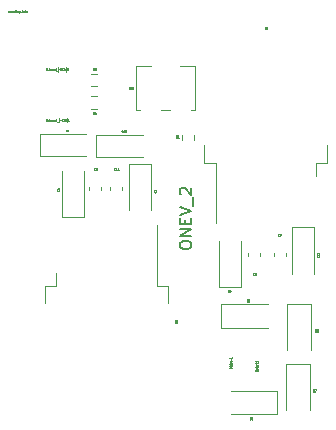
<source format=gbr>
%TF.GenerationSoftware,KiCad,Pcbnew,(6.0.5)*%
%TF.CreationDate,2022-07-20T13:20:04-04:00*%
%TF.ProjectId,torque_motor_design,746f7271-7565-45f6-9d6f-746f725f6465,rev?*%
%TF.SameCoordinates,Original*%
%TF.FileFunction,Legend,Top*%
%TF.FilePolarity,Positive*%
%FSLAX46Y46*%
G04 Gerber Fmt 4.6, Leading zero omitted, Abs format (unit mm)*
G04 Created by KiCad (PCBNEW (6.0.5)) date 2022-07-20 13:20:04*
%MOMM*%
%LPD*%
G01*
G04 APERTURE LIST*
%ADD10C,0.150000*%
%ADD11C,0.037500*%
%ADD12C,0.120000*%
G04 APERTURE END LIST*
D10*
X186204380Y-53665142D02*
X186204380Y-53474666D01*
X186252000Y-53379428D01*
X186347238Y-53284190D01*
X186537714Y-53236571D01*
X186871047Y-53236571D01*
X187061523Y-53284190D01*
X187156761Y-53379428D01*
X187204380Y-53474666D01*
X187204380Y-53665142D01*
X187156761Y-53760380D01*
X187061523Y-53855619D01*
X186871047Y-53903238D01*
X186537714Y-53903238D01*
X186347238Y-53855619D01*
X186252000Y-53760380D01*
X186204380Y-53665142D01*
X187204380Y-52808000D02*
X186204380Y-52808000D01*
X187204380Y-52236571D01*
X186204380Y-52236571D01*
X186680571Y-51760380D02*
X186680571Y-51427047D01*
X187204380Y-51284190D02*
X187204380Y-51760380D01*
X186204380Y-51760380D01*
X186204380Y-51284190D01*
X186204380Y-50998476D02*
X187204380Y-50665142D01*
X186204380Y-50331809D01*
X187299619Y-50236571D02*
X187299619Y-49474666D01*
X186299619Y-49284190D02*
X186252000Y-49236571D01*
X186204380Y-49141333D01*
X186204380Y-48903238D01*
X186252000Y-48808000D01*
X186299619Y-48760380D01*
X186394857Y-48712761D01*
X186490095Y-48712761D01*
X186632952Y-48760380D01*
X187204380Y-49331809D01*
X187204380Y-48712761D01*
D11*
%TO.C,mounting_hole*%
X171687428Y-33849857D02*
X171687428Y-33749857D01*
X171687428Y-33764142D02*
X171694571Y-33757000D01*
X171708857Y-33749857D01*
X171730285Y-33749857D01*
X171744571Y-33757000D01*
X171751714Y-33771285D01*
X171751714Y-33849857D01*
X171751714Y-33771285D02*
X171758857Y-33757000D01*
X171773142Y-33749857D01*
X171794571Y-33749857D01*
X171808857Y-33757000D01*
X171816000Y-33771285D01*
X171816000Y-33849857D01*
X171908857Y-33849857D02*
X171894571Y-33842714D01*
X171887428Y-33835571D01*
X171880285Y-33821285D01*
X171880285Y-33778428D01*
X171887428Y-33764142D01*
X171894571Y-33757000D01*
X171908857Y-33749857D01*
X171930285Y-33749857D01*
X171944571Y-33757000D01*
X171951714Y-33764142D01*
X171958857Y-33778428D01*
X171958857Y-33821285D01*
X171951714Y-33835571D01*
X171944571Y-33842714D01*
X171930285Y-33849857D01*
X171908857Y-33849857D01*
X172087428Y-33749857D02*
X172087428Y-33849857D01*
X172023142Y-33749857D02*
X172023142Y-33828428D01*
X172030285Y-33842714D01*
X172044571Y-33849857D01*
X172066000Y-33849857D01*
X172080285Y-33842714D01*
X172087428Y-33835571D01*
X172158857Y-33749857D02*
X172158857Y-33849857D01*
X172158857Y-33764142D02*
X172166000Y-33757000D01*
X172180285Y-33749857D01*
X172201714Y-33749857D01*
X172216000Y-33757000D01*
X172223142Y-33771285D01*
X172223142Y-33849857D01*
X172273142Y-33749857D02*
X172330285Y-33749857D01*
X172294571Y-33699857D02*
X172294571Y-33828428D01*
X172301714Y-33842714D01*
X172316000Y-33849857D01*
X172330285Y-33849857D01*
X172380285Y-33849857D02*
X172380285Y-33749857D01*
X172380285Y-33699857D02*
X172373142Y-33707000D01*
X172380285Y-33714142D01*
X172387428Y-33707000D01*
X172380285Y-33699857D01*
X172380285Y-33714142D01*
X172451714Y-33749857D02*
X172451714Y-33849857D01*
X172451714Y-33764142D02*
X172458857Y-33757000D01*
X172473142Y-33749857D01*
X172494571Y-33749857D01*
X172508857Y-33757000D01*
X172516000Y-33771285D01*
X172516000Y-33849857D01*
X172651714Y-33749857D02*
X172651714Y-33871285D01*
X172644571Y-33885571D01*
X172637428Y-33892714D01*
X172623142Y-33899857D01*
X172601714Y-33899857D01*
X172587428Y-33892714D01*
X172651714Y-33842714D02*
X172637428Y-33849857D01*
X172608857Y-33849857D01*
X172594571Y-33842714D01*
X172587428Y-33835571D01*
X172580285Y-33821285D01*
X172580285Y-33778428D01*
X172587428Y-33764142D01*
X172594571Y-33757000D01*
X172608857Y-33749857D01*
X172637428Y-33749857D01*
X172651714Y-33757000D01*
X172687428Y-33864142D02*
X172801714Y-33864142D01*
X172837428Y-33849857D02*
X172837428Y-33699857D01*
X172901714Y-33849857D02*
X172901714Y-33771285D01*
X172894571Y-33757000D01*
X172880285Y-33749857D01*
X172858857Y-33749857D01*
X172844571Y-33757000D01*
X172837428Y-33764142D01*
X172994571Y-33849857D02*
X172980285Y-33842714D01*
X172973142Y-33835571D01*
X172966000Y-33821285D01*
X172966000Y-33778428D01*
X172973142Y-33764142D01*
X172980285Y-33757000D01*
X172994571Y-33749857D01*
X173016000Y-33749857D01*
X173030285Y-33757000D01*
X173037428Y-33764142D01*
X173044571Y-33778428D01*
X173044571Y-33821285D01*
X173037428Y-33835571D01*
X173030285Y-33842714D01*
X173016000Y-33849857D01*
X172994571Y-33849857D01*
X173130285Y-33849857D02*
X173116000Y-33842714D01*
X173108857Y-33828428D01*
X173108857Y-33699857D01*
X173244571Y-33842714D02*
X173230285Y-33849857D01*
X173201714Y-33849857D01*
X173187428Y-33842714D01*
X173180285Y-33828428D01*
X173180285Y-33771285D01*
X173187428Y-33757000D01*
X173201714Y-33749857D01*
X173230285Y-33749857D01*
X173244571Y-33757000D01*
X173251714Y-33771285D01*
X173251714Y-33785571D01*
X173180285Y-33799857D01*
%TO.C,C8*%
X179045000Y-47195971D02*
X179037857Y-47203114D01*
X179016428Y-47210257D01*
X179002142Y-47210257D01*
X178980714Y-47203114D01*
X178966428Y-47188828D01*
X178959285Y-47174542D01*
X178952142Y-47145971D01*
X178952142Y-47124542D01*
X178959285Y-47095971D01*
X178966428Y-47081685D01*
X178980714Y-47067400D01*
X179002142Y-47060257D01*
X179016428Y-47060257D01*
X179037857Y-47067400D01*
X179045000Y-47074542D01*
X179130714Y-47124542D02*
X179116428Y-47117400D01*
X179109285Y-47110257D01*
X179102142Y-47095971D01*
X179102142Y-47088828D01*
X179109285Y-47074542D01*
X179116428Y-47067400D01*
X179130714Y-47060257D01*
X179159285Y-47060257D01*
X179173571Y-47067400D01*
X179180714Y-47074542D01*
X179187857Y-47088828D01*
X179187857Y-47095971D01*
X179180714Y-47110257D01*
X179173571Y-47117400D01*
X179159285Y-47124542D01*
X179130714Y-47124542D01*
X179116428Y-47131685D01*
X179109285Y-47138828D01*
X179102142Y-47153114D01*
X179102142Y-47181685D01*
X179109285Y-47195971D01*
X179116428Y-47203114D01*
X179130714Y-47210257D01*
X179159285Y-47210257D01*
X179173571Y-47203114D01*
X179180714Y-47195971D01*
X179187857Y-47181685D01*
X179187857Y-47153114D01*
X179180714Y-47138828D01*
X179173571Y-47131685D01*
X179159285Y-47124542D01*
%TO.C,C6*%
X175948571Y-48924000D02*
X175955714Y-48931142D01*
X175962857Y-48952571D01*
X175962857Y-48966857D01*
X175955714Y-48988285D01*
X175941428Y-49002571D01*
X175927142Y-49009714D01*
X175898571Y-49016857D01*
X175877142Y-49016857D01*
X175848571Y-49009714D01*
X175834285Y-49002571D01*
X175820000Y-48988285D01*
X175812857Y-48966857D01*
X175812857Y-48952571D01*
X175820000Y-48931142D01*
X175827142Y-48924000D01*
X175812857Y-48795428D02*
X175812857Y-48824000D01*
X175820000Y-48838285D01*
X175827142Y-48845428D01*
X175848571Y-48859714D01*
X175877142Y-48866857D01*
X175934285Y-48866857D01*
X175948571Y-48859714D01*
X175955714Y-48852571D01*
X175962857Y-48838285D01*
X175962857Y-48809714D01*
X175955714Y-48795428D01*
X175948571Y-48788285D01*
X175934285Y-48781142D01*
X175898571Y-48781142D01*
X175884285Y-48788285D01*
X175877142Y-48795428D01*
X175870000Y-48809714D01*
X175870000Y-48838285D01*
X175877142Y-48852571D01*
X175884285Y-48859714D01*
X175898571Y-48866857D01*
%TO.C,C10*%
X181365571Y-44010171D02*
X181358428Y-44017314D01*
X181337000Y-44024457D01*
X181322714Y-44024457D01*
X181301285Y-44017314D01*
X181287000Y-44003028D01*
X181279857Y-43988742D01*
X181272714Y-43960171D01*
X181272714Y-43938742D01*
X181279857Y-43910171D01*
X181287000Y-43895885D01*
X181301285Y-43881600D01*
X181322714Y-43874457D01*
X181337000Y-43874457D01*
X181358428Y-43881600D01*
X181365571Y-43888742D01*
X181508428Y-44024457D02*
X181422714Y-44024457D01*
X181465571Y-44024457D02*
X181465571Y-43874457D01*
X181451285Y-43895885D01*
X181437000Y-43910171D01*
X181422714Y-43917314D01*
X181601285Y-43874457D02*
X181615571Y-43874457D01*
X181629857Y-43881600D01*
X181637000Y-43888742D01*
X181644142Y-43903028D01*
X181651285Y-43931600D01*
X181651285Y-43967314D01*
X181644142Y-43995885D01*
X181637000Y-44010171D01*
X181629857Y-44017314D01*
X181615571Y-44024457D01*
X181601285Y-44024457D01*
X181587000Y-44017314D01*
X181579857Y-44010171D01*
X181572714Y-43995885D01*
X181565571Y-43967314D01*
X181565571Y-43931600D01*
X181572714Y-43903028D01*
X181579857Y-43888742D01*
X181587000Y-43881600D01*
X181601285Y-43874457D01*
%TO.C,RV1*%
X182012714Y-40335857D02*
X181962714Y-40264428D01*
X181927000Y-40335857D02*
X181927000Y-40185857D01*
X181984142Y-40185857D01*
X181998428Y-40193000D01*
X182005571Y-40200142D01*
X182012714Y-40214428D01*
X182012714Y-40235857D01*
X182005571Y-40250142D01*
X181998428Y-40257285D01*
X181984142Y-40264428D01*
X181927000Y-40264428D01*
X182055571Y-40185857D02*
X182105571Y-40335857D01*
X182155571Y-40185857D01*
X182284142Y-40335857D02*
X182198428Y-40335857D01*
X182241285Y-40335857D02*
X182241285Y-40185857D01*
X182227000Y-40207285D01*
X182212714Y-40221571D01*
X182198428Y-40228714D01*
%TO.C,C7*%
X194640600Y-52783971D02*
X194633457Y-52791114D01*
X194612028Y-52798257D01*
X194597742Y-52798257D01*
X194576314Y-52791114D01*
X194562028Y-52776828D01*
X194554885Y-52762542D01*
X194547742Y-52733971D01*
X194547742Y-52712542D01*
X194554885Y-52683971D01*
X194562028Y-52669685D01*
X194576314Y-52655400D01*
X194597742Y-52648257D01*
X194612028Y-52648257D01*
X194633457Y-52655400D01*
X194640600Y-52662542D01*
X194690600Y-52648257D02*
X194790600Y-52648257D01*
X194726314Y-52798257D01*
%TO.C,R6*%
X178943400Y-42485857D02*
X178893400Y-42414428D01*
X178857685Y-42485857D02*
X178857685Y-42335857D01*
X178914828Y-42335857D01*
X178929114Y-42343000D01*
X178936257Y-42350142D01*
X178943400Y-42364428D01*
X178943400Y-42385857D01*
X178936257Y-42400142D01*
X178929114Y-42407285D01*
X178914828Y-42414428D01*
X178857685Y-42414428D01*
X179071971Y-42335857D02*
X179043400Y-42335857D01*
X179029114Y-42343000D01*
X179021971Y-42350142D01*
X179007685Y-42371571D01*
X179000542Y-42400142D01*
X179000542Y-42457285D01*
X179007685Y-42471571D01*
X179014828Y-42478714D01*
X179029114Y-42485857D01*
X179057685Y-42485857D01*
X179071971Y-42478714D01*
X179079114Y-42471571D01*
X179086257Y-42457285D01*
X179086257Y-42421571D01*
X179079114Y-42407285D01*
X179071971Y-42400142D01*
X179057685Y-42393000D01*
X179029114Y-42393000D01*
X179014828Y-42400142D01*
X179007685Y-42407285D01*
X179000542Y-42421571D01*
%TO.C,U3*%
X193397714Y-35105857D02*
X193397714Y-35227285D01*
X193404857Y-35241571D01*
X193412000Y-35248714D01*
X193426285Y-35255857D01*
X193454857Y-35255857D01*
X193469142Y-35248714D01*
X193476285Y-35241571D01*
X193483428Y-35227285D01*
X193483428Y-35105857D01*
X193540571Y-35105857D02*
X193633428Y-35105857D01*
X193583428Y-35163000D01*
X193604857Y-35163000D01*
X193619142Y-35170142D01*
X193626285Y-35177285D01*
X193633428Y-35191571D01*
X193633428Y-35227285D01*
X193626285Y-35241571D01*
X193619142Y-35248714D01*
X193604857Y-35255857D01*
X193562000Y-35255857D01*
X193547714Y-35248714D01*
X193540571Y-35241571D01*
%TO.C,Motor+1*%
X192793585Y-64250885D02*
X192568585Y-64250885D01*
X192729300Y-64200885D01*
X192568585Y-64150885D01*
X192793585Y-64150885D01*
X192793585Y-64058028D02*
X192782871Y-64072314D01*
X192772157Y-64079457D01*
X192750728Y-64086600D01*
X192686442Y-64086600D01*
X192665014Y-64079457D01*
X192654300Y-64072314D01*
X192643585Y-64058028D01*
X192643585Y-64036600D01*
X192654300Y-64022314D01*
X192665014Y-64015171D01*
X192686442Y-64008028D01*
X192750728Y-64008028D01*
X192772157Y-64015171D01*
X192782871Y-64022314D01*
X192793585Y-64036600D01*
X192793585Y-64058028D01*
X192643585Y-63965171D02*
X192643585Y-63908028D01*
X192568585Y-63943742D02*
X192761442Y-63943742D01*
X192782871Y-63936600D01*
X192793585Y-63922314D01*
X192793585Y-63908028D01*
X192793585Y-63836600D02*
X192782871Y-63850885D01*
X192772157Y-63858028D01*
X192750728Y-63865171D01*
X192686442Y-63865171D01*
X192665014Y-63858028D01*
X192654300Y-63850885D01*
X192643585Y-63836600D01*
X192643585Y-63815171D01*
X192654300Y-63800885D01*
X192665014Y-63793742D01*
X192686442Y-63786600D01*
X192750728Y-63786600D01*
X192772157Y-63793742D01*
X192782871Y-63800885D01*
X192793585Y-63815171D01*
X192793585Y-63836600D01*
X192793585Y-63722314D02*
X192643585Y-63722314D01*
X192686442Y-63722314D02*
X192665014Y-63715171D01*
X192654300Y-63708028D01*
X192643585Y-63693742D01*
X192643585Y-63679457D01*
X192707871Y-63629457D02*
X192707871Y-63515171D01*
X192793585Y-63572314D02*
X192622157Y-63572314D01*
X192793585Y-63365171D02*
X192793585Y-63450885D01*
X192793585Y-63408028D02*
X192568585Y-63408028D01*
X192600728Y-63422314D01*
X192622157Y-63436600D01*
X192632871Y-63450885D01*
%TO.C,C5*%
X192507000Y-56085971D02*
X192499857Y-56093114D01*
X192478428Y-56100257D01*
X192464142Y-56100257D01*
X192442714Y-56093114D01*
X192428428Y-56078828D01*
X192421285Y-56064542D01*
X192414142Y-56035971D01*
X192414142Y-56014542D01*
X192421285Y-55985971D01*
X192428428Y-55971685D01*
X192442714Y-55957400D01*
X192464142Y-55950257D01*
X192478428Y-55950257D01*
X192499857Y-55957400D01*
X192507000Y-55964542D01*
X192642714Y-55950257D02*
X192571285Y-55950257D01*
X192564142Y-56021685D01*
X192571285Y-56014542D01*
X192585571Y-56007400D01*
X192621285Y-56007400D01*
X192635571Y-56014542D01*
X192642714Y-56021685D01*
X192649857Y-56035971D01*
X192649857Y-56071685D01*
X192642714Y-56085971D01*
X192635571Y-56093114D01*
X192621285Y-56100257D01*
X192585571Y-56100257D01*
X192571285Y-56093114D01*
X192564142Y-56085971D01*
%TO.C,R5*%
X178943400Y-38777457D02*
X178893400Y-38706028D01*
X178857685Y-38777457D02*
X178857685Y-38627457D01*
X178914828Y-38627457D01*
X178929114Y-38634600D01*
X178936257Y-38641742D01*
X178943400Y-38656028D01*
X178943400Y-38677457D01*
X178936257Y-38691742D01*
X178929114Y-38698885D01*
X178914828Y-38706028D01*
X178857685Y-38706028D01*
X179079114Y-38627457D02*
X179007685Y-38627457D01*
X179000542Y-38698885D01*
X179007685Y-38691742D01*
X179021971Y-38684600D01*
X179057685Y-38684600D01*
X179071971Y-38691742D01*
X179079114Y-38698885D01*
X179086257Y-38713171D01*
X179086257Y-38748885D01*
X179079114Y-38763171D01*
X179071971Y-38770314D01*
X179057685Y-38777457D01*
X179021971Y-38777457D01*
X179007685Y-38770314D01*
X179000542Y-38763171D01*
%TO.C,D7*%
X197481285Y-66019785D02*
X197481285Y-65794785D01*
X197517000Y-65794785D01*
X197538428Y-65805500D01*
X197552714Y-65826928D01*
X197559857Y-65848357D01*
X197567000Y-65891214D01*
X197567000Y-65923357D01*
X197559857Y-65966214D01*
X197552714Y-65987642D01*
X197538428Y-66009071D01*
X197517000Y-66019785D01*
X197481285Y-66019785D01*
X197617000Y-65794785D02*
X197717000Y-65794785D01*
X197652714Y-66019785D01*
%TO.C,C9*%
X176632000Y-43937171D02*
X176624857Y-43944314D01*
X176603428Y-43951457D01*
X176589142Y-43951457D01*
X176567714Y-43944314D01*
X176553428Y-43930028D01*
X176546285Y-43915742D01*
X176539142Y-43887171D01*
X176539142Y-43865742D01*
X176546285Y-43837171D01*
X176553428Y-43822885D01*
X176567714Y-43808600D01*
X176589142Y-43801457D01*
X176603428Y-43801457D01*
X176624857Y-43808600D01*
X176632000Y-43815742D01*
X176703428Y-43951457D02*
X176732000Y-43951457D01*
X176746285Y-43944314D01*
X176753428Y-43937171D01*
X176767714Y-43915742D01*
X176774857Y-43887171D01*
X176774857Y-43830028D01*
X176767714Y-43815742D01*
X176760571Y-43808600D01*
X176746285Y-43801457D01*
X176717714Y-43801457D01*
X176703428Y-43808600D01*
X176696285Y-43815742D01*
X176689142Y-43830028D01*
X176689142Y-43865742D01*
X176696285Y-43880028D01*
X176703428Y-43887171D01*
X176717714Y-43894314D01*
X176746285Y-43894314D01*
X176760571Y-43887171D01*
X176767714Y-43880028D01*
X176774857Y-43865742D01*
%TO.C,U2*%
X185845857Y-60159885D02*
X185967285Y-60159885D01*
X185981571Y-60152742D01*
X185988714Y-60145600D01*
X185995857Y-60131314D01*
X185995857Y-60102742D01*
X185988714Y-60088457D01*
X185981571Y-60081314D01*
X185967285Y-60074171D01*
X185845857Y-60074171D01*
X185860142Y-60009885D02*
X185853000Y-60002742D01*
X185845857Y-59988457D01*
X185845857Y-59952742D01*
X185853000Y-59938457D01*
X185860142Y-59931314D01*
X185874428Y-59924171D01*
X185888714Y-59924171D01*
X185910142Y-59931314D01*
X185995857Y-60017028D01*
X185995857Y-59924171D01*
%TO.C,C4*%
X190373400Y-57508371D02*
X190366257Y-57515514D01*
X190344828Y-57522657D01*
X190330542Y-57522657D01*
X190309114Y-57515514D01*
X190294828Y-57501228D01*
X190287685Y-57486942D01*
X190280542Y-57458371D01*
X190280542Y-57436942D01*
X190287685Y-57408371D01*
X190294828Y-57394085D01*
X190309114Y-57379800D01*
X190330542Y-57372657D01*
X190344828Y-57372657D01*
X190366257Y-57379800D01*
X190373400Y-57386942D01*
X190501971Y-57422657D02*
X190501971Y-57522657D01*
X190466257Y-57365514D02*
X190430542Y-57472657D01*
X190523400Y-57472657D01*
%TO.C,C12*%
X197960371Y-54503228D02*
X197967514Y-54510371D01*
X197974657Y-54531800D01*
X197974657Y-54546085D01*
X197967514Y-54567514D01*
X197953228Y-54581800D01*
X197938942Y-54588942D01*
X197910371Y-54596085D01*
X197888942Y-54596085D01*
X197860371Y-54588942D01*
X197846085Y-54581800D01*
X197831800Y-54567514D01*
X197824657Y-54546085D01*
X197824657Y-54531800D01*
X197831800Y-54510371D01*
X197838942Y-54503228D01*
X197974657Y-54360371D02*
X197974657Y-54446085D01*
X197974657Y-54403228D02*
X197824657Y-54403228D01*
X197846085Y-54417514D01*
X197860371Y-54431800D01*
X197867514Y-54446085D01*
X197838942Y-54303228D02*
X197831800Y-54296085D01*
X197824657Y-54281800D01*
X197824657Y-54246085D01*
X197831800Y-54231800D01*
X197838942Y-54224657D01*
X197853228Y-54217514D01*
X197867514Y-54217514D01*
X197888942Y-54224657D01*
X197974657Y-54310371D01*
X197974657Y-54217514D01*
%TO.C,D1*%
X191881285Y-58369785D02*
X191881285Y-58144785D01*
X191917000Y-58144785D01*
X191938428Y-58155500D01*
X191952714Y-58176928D01*
X191959857Y-58198357D01*
X191967000Y-58241214D01*
X191967000Y-58273357D01*
X191959857Y-58316214D01*
X191952714Y-58337642D01*
X191938428Y-58359071D01*
X191917000Y-58369785D01*
X191881285Y-58369785D01*
X192109857Y-58369785D02*
X192024142Y-58369785D01*
X192067000Y-58369785D02*
X192067000Y-58144785D01*
X192052714Y-58176928D01*
X192038428Y-58198357D01*
X192024142Y-58209071D01*
%TO.C,External_(-12V)1*%
X174917000Y-43001928D02*
X174967000Y-43001928D01*
X174988428Y-43119785D02*
X174917000Y-43119785D01*
X174917000Y-42894785D01*
X174988428Y-42894785D01*
X175038428Y-43119785D02*
X175117000Y-42969785D01*
X175038428Y-42969785D02*
X175117000Y-43119785D01*
X175152714Y-42969785D02*
X175209857Y-42969785D01*
X175174142Y-42894785D02*
X175174142Y-43087642D01*
X175181285Y-43109071D01*
X175195571Y-43119785D01*
X175209857Y-43119785D01*
X175317000Y-43109071D02*
X175302714Y-43119785D01*
X175274142Y-43119785D01*
X175259857Y-43109071D01*
X175252714Y-43087642D01*
X175252714Y-43001928D01*
X175259857Y-42980500D01*
X175274142Y-42969785D01*
X175302714Y-42969785D01*
X175317000Y-42980500D01*
X175324142Y-43001928D01*
X175324142Y-43023357D01*
X175252714Y-43044785D01*
X175388428Y-43119785D02*
X175388428Y-42969785D01*
X175388428Y-43012642D02*
X175395571Y-42991214D01*
X175402714Y-42980500D01*
X175417000Y-42969785D01*
X175431285Y-42969785D01*
X175481285Y-42969785D02*
X175481285Y-43119785D01*
X175481285Y-42991214D02*
X175488428Y-42980500D01*
X175502714Y-42969785D01*
X175524142Y-42969785D01*
X175538428Y-42980500D01*
X175545571Y-43001928D01*
X175545571Y-43119785D01*
X175681285Y-43119785D02*
X175681285Y-43001928D01*
X175674142Y-42980500D01*
X175659857Y-42969785D01*
X175631285Y-42969785D01*
X175617000Y-42980500D01*
X175681285Y-43109071D02*
X175667000Y-43119785D01*
X175631285Y-43119785D01*
X175617000Y-43109071D01*
X175609857Y-43087642D01*
X175609857Y-43066214D01*
X175617000Y-43044785D01*
X175631285Y-43034071D01*
X175667000Y-43034071D01*
X175681285Y-43023357D01*
X175774142Y-43119785D02*
X175759857Y-43109071D01*
X175752714Y-43087642D01*
X175752714Y-42894785D01*
X175795571Y-43141214D02*
X175909857Y-43141214D01*
X175988428Y-43205500D02*
X175981285Y-43194785D01*
X175967000Y-43162642D01*
X175959857Y-43141214D01*
X175952714Y-43109071D01*
X175945571Y-43055500D01*
X175945571Y-43012642D01*
X175952714Y-42959071D01*
X175959857Y-42926928D01*
X175967000Y-42905500D01*
X175981285Y-42873357D01*
X175988428Y-42862642D01*
X176045571Y-43034071D02*
X176159857Y-43034071D01*
X176309857Y-43119785D02*
X176224142Y-43119785D01*
X176267000Y-43119785D02*
X176267000Y-42894785D01*
X176252714Y-42926928D01*
X176238428Y-42948357D01*
X176224142Y-42959071D01*
X176367000Y-42916214D02*
X176374142Y-42905500D01*
X176388428Y-42894785D01*
X176424142Y-42894785D01*
X176438428Y-42905500D01*
X176445571Y-42916214D01*
X176452714Y-42937642D01*
X176452714Y-42959071D01*
X176445571Y-42991214D01*
X176359857Y-43119785D01*
X176452714Y-43119785D01*
X176495571Y-42894785D02*
X176545571Y-43119785D01*
X176595571Y-42894785D01*
X176631285Y-43205500D02*
X176638428Y-43194785D01*
X176652714Y-43162642D01*
X176659857Y-43141214D01*
X176667000Y-43109071D01*
X176674142Y-43055500D01*
X176674142Y-43012642D01*
X176667000Y-42959071D01*
X176659857Y-42926928D01*
X176652714Y-42905500D01*
X176638428Y-42873357D01*
X176631285Y-42862642D01*
X176824142Y-43119785D02*
X176738428Y-43119785D01*
X176781285Y-43119785D02*
X176781285Y-42894785D01*
X176767000Y-42926928D01*
X176752714Y-42948357D01*
X176738428Y-42959071D01*
%TO.C,External_(+12V)1*%
X174867000Y-38685928D02*
X174917000Y-38685928D01*
X174938428Y-38803785D02*
X174867000Y-38803785D01*
X174867000Y-38578785D01*
X174938428Y-38578785D01*
X174988428Y-38803785D02*
X175067000Y-38653785D01*
X174988428Y-38653785D02*
X175067000Y-38803785D01*
X175102714Y-38653785D02*
X175159857Y-38653785D01*
X175124142Y-38578785D02*
X175124142Y-38771642D01*
X175131285Y-38793071D01*
X175145571Y-38803785D01*
X175159857Y-38803785D01*
X175267000Y-38793071D02*
X175252714Y-38803785D01*
X175224142Y-38803785D01*
X175209857Y-38793071D01*
X175202714Y-38771642D01*
X175202714Y-38685928D01*
X175209857Y-38664500D01*
X175224142Y-38653785D01*
X175252714Y-38653785D01*
X175267000Y-38664500D01*
X175274142Y-38685928D01*
X175274142Y-38707357D01*
X175202714Y-38728785D01*
X175338428Y-38803785D02*
X175338428Y-38653785D01*
X175338428Y-38696642D02*
X175345571Y-38675214D01*
X175352714Y-38664500D01*
X175367000Y-38653785D01*
X175381285Y-38653785D01*
X175431285Y-38653785D02*
X175431285Y-38803785D01*
X175431285Y-38675214D02*
X175438428Y-38664500D01*
X175452714Y-38653785D01*
X175474142Y-38653785D01*
X175488428Y-38664500D01*
X175495571Y-38685928D01*
X175495571Y-38803785D01*
X175631285Y-38803785D02*
X175631285Y-38685928D01*
X175624142Y-38664500D01*
X175609857Y-38653785D01*
X175581285Y-38653785D01*
X175567000Y-38664500D01*
X175631285Y-38793071D02*
X175617000Y-38803785D01*
X175581285Y-38803785D01*
X175567000Y-38793071D01*
X175559857Y-38771642D01*
X175559857Y-38750214D01*
X175567000Y-38728785D01*
X175581285Y-38718071D01*
X175617000Y-38718071D01*
X175631285Y-38707357D01*
X175724142Y-38803785D02*
X175709857Y-38793071D01*
X175702714Y-38771642D01*
X175702714Y-38578785D01*
X175745571Y-38825214D02*
X175859857Y-38825214D01*
X175938428Y-38889500D02*
X175931285Y-38878785D01*
X175917000Y-38846642D01*
X175909857Y-38825214D01*
X175902714Y-38793071D01*
X175895571Y-38739500D01*
X175895571Y-38696642D01*
X175902714Y-38643071D01*
X175909857Y-38610928D01*
X175917000Y-38589500D01*
X175931285Y-38557357D01*
X175938428Y-38546642D01*
X175995571Y-38718071D02*
X176109857Y-38718071D01*
X176052714Y-38803785D02*
X176052714Y-38632357D01*
X176259857Y-38803785D02*
X176174142Y-38803785D01*
X176217000Y-38803785D02*
X176217000Y-38578785D01*
X176202714Y-38610928D01*
X176188428Y-38632357D01*
X176174142Y-38643071D01*
X176317000Y-38600214D02*
X176324142Y-38589500D01*
X176338428Y-38578785D01*
X176374142Y-38578785D01*
X176388428Y-38589500D01*
X176395571Y-38600214D01*
X176402714Y-38621642D01*
X176402714Y-38643071D01*
X176395571Y-38675214D01*
X176309857Y-38803785D01*
X176402714Y-38803785D01*
X176445571Y-38578785D02*
X176495571Y-38803785D01*
X176545571Y-38578785D01*
X176581285Y-38889500D02*
X176588428Y-38878785D01*
X176602714Y-38846642D01*
X176609857Y-38825214D01*
X176617000Y-38793071D01*
X176624142Y-38739500D01*
X176624142Y-38696642D01*
X176617000Y-38643071D01*
X176609857Y-38610928D01*
X176602714Y-38589500D01*
X176588428Y-38557357D01*
X176581285Y-38546642D01*
X176774142Y-38803785D02*
X176688428Y-38803785D01*
X176731285Y-38803785D02*
X176731285Y-38578785D01*
X176717000Y-38610928D01*
X176702714Y-38632357D01*
X176688428Y-38643071D01*
%TO.C,Motor-1*%
X190599785Y-63963285D02*
X190374785Y-63963285D01*
X190535500Y-63913285D01*
X190374785Y-63863285D01*
X190599785Y-63863285D01*
X190599785Y-63770428D02*
X190589071Y-63784714D01*
X190578357Y-63791857D01*
X190556928Y-63799000D01*
X190492642Y-63799000D01*
X190471214Y-63791857D01*
X190460500Y-63784714D01*
X190449785Y-63770428D01*
X190449785Y-63749000D01*
X190460500Y-63734714D01*
X190471214Y-63727571D01*
X190492642Y-63720428D01*
X190556928Y-63720428D01*
X190578357Y-63727571D01*
X190589071Y-63734714D01*
X190599785Y-63749000D01*
X190599785Y-63770428D01*
X190449785Y-63677571D02*
X190449785Y-63620428D01*
X190374785Y-63656142D02*
X190567642Y-63656142D01*
X190589071Y-63649000D01*
X190599785Y-63634714D01*
X190599785Y-63620428D01*
X190599785Y-63549000D02*
X190589071Y-63563285D01*
X190578357Y-63570428D01*
X190556928Y-63577571D01*
X190492642Y-63577571D01*
X190471214Y-63570428D01*
X190460500Y-63563285D01*
X190449785Y-63549000D01*
X190449785Y-63527571D01*
X190460500Y-63513285D01*
X190471214Y-63506142D01*
X190492642Y-63499000D01*
X190556928Y-63499000D01*
X190578357Y-63506142D01*
X190589071Y-63513285D01*
X190599785Y-63527571D01*
X190599785Y-63549000D01*
X190599785Y-63434714D02*
X190449785Y-63434714D01*
X190492642Y-63434714D02*
X190471214Y-63427571D01*
X190460500Y-63420428D01*
X190449785Y-63406142D01*
X190449785Y-63391857D01*
X190514071Y-63341857D02*
X190514071Y-63227571D01*
X190599785Y-63077571D02*
X190599785Y-63163285D01*
X190599785Y-63120428D02*
X190374785Y-63120428D01*
X190406928Y-63134714D01*
X190428357Y-63149000D01*
X190439071Y-63163285D01*
%TO.C,R1*%
X185967000Y-44479785D02*
X185917000Y-44372642D01*
X185881285Y-44479785D02*
X185881285Y-44254785D01*
X185938428Y-44254785D01*
X185952714Y-44265500D01*
X185959857Y-44276214D01*
X185967000Y-44297642D01*
X185967000Y-44329785D01*
X185959857Y-44351214D01*
X185952714Y-44361928D01*
X185938428Y-44372642D01*
X185881285Y-44372642D01*
X186109857Y-44479785D02*
X186024142Y-44479785D01*
X186067000Y-44479785D02*
X186067000Y-44254785D01*
X186052714Y-44286928D01*
X186038428Y-44308357D01*
X186024142Y-44319071D01*
%TO.C,C11*%
X180751571Y-47195971D02*
X180744428Y-47203114D01*
X180723000Y-47210257D01*
X180708714Y-47210257D01*
X180687285Y-47203114D01*
X180673000Y-47188828D01*
X180665857Y-47174542D01*
X180658714Y-47145971D01*
X180658714Y-47124542D01*
X180665857Y-47095971D01*
X180673000Y-47081685D01*
X180687285Y-47067400D01*
X180708714Y-47060257D01*
X180723000Y-47060257D01*
X180744428Y-47067400D01*
X180751571Y-47074542D01*
X180894428Y-47210257D02*
X180808714Y-47210257D01*
X180851571Y-47210257D02*
X180851571Y-47060257D01*
X180837285Y-47081685D01*
X180823000Y-47095971D01*
X180808714Y-47103114D01*
X181037285Y-47210257D02*
X180951571Y-47210257D01*
X180994428Y-47210257D02*
X180994428Y-47060257D01*
X180980142Y-47081685D01*
X180965857Y-47095971D01*
X180951571Y-47103114D01*
%TO.C,D5*%
X197681285Y-60919785D02*
X197681285Y-60694785D01*
X197717000Y-60694785D01*
X197738428Y-60705500D01*
X197752714Y-60726928D01*
X197759857Y-60748357D01*
X197767000Y-60791214D01*
X197767000Y-60823357D01*
X197759857Y-60866214D01*
X197752714Y-60887642D01*
X197738428Y-60909071D01*
X197717000Y-60919785D01*
X197681285Y-60919785D01*
X197902714Y-60694785D02*
X197831285Y-60694785D01*
X197824142Y-60801928D01*
X197831285Y-60791214D01*
X197845571Y-60780500D01*
X197881285Y-60780500D01*
X197895571Y-60791214D01*
X197902714Y-60801928D01*
X197909857Y-60823357D01*
X197909857Y-60876928D01*
X197902714Y-60898357D01*
X197895571Y-60909071D01*
X197881285Y-60919785D01*
X197845571Y-60919785D01*
X197831285Y-60909071D01*
X197824142Y-60898357D01*
%TO.C,C3*%
X184197571Y-49047000D02*
X184204714Y-49054142D01*
X184211857Y-49075571D01*
X184211857Y-49089857D01*
X184204714Y-49111285D01*
X184190428Y-49125571D01*
X184176142Y-49132714D01*
X184147571Y-49139857D01*
X184126142Y-49139857D01*
X184097571Y-49132714D01*
X184083285Y-49125571D01*
X184069000Y-49111285D01*
X184061857Y-49089857D01*
X184061857Y-49075571D01*
X184069000Y-49054142D01*
X184076142Y-49047000D01*
X184061857Y-48997000D02*
X184061857Y-48904142D01*
X184119000Y-48954142D01*
X184119000Y-48932714D01*
X184126142Y-48918428D01*
X184133285Y-48911285D01*
X184147571Y-48904142D01*
X184183285Y-48904142D01*
X184197571Y-48911285D01*
X184204714Y-48918428D01*
X184211857Y-48932714D01*
X184211857Y-48975571D01*
X184204714Y-48989857D01*
X184197571Y-48997000D01*
%TO.C,D6*%
X192116485Y-68355385D02*
X192116485Y-68130385D01*
X192152200Y-68130385D01*
X192173628Y-68141100D01*
X192187914Y-68162528D01*
X192195057Y-68183957D01*
X192202200Y-68226814D01*
X192202200Y-68258957D01*
X192195057Y-68301814D01*
X192187914Y-68323242D01*
X192173628Y-68344671D01*
X192152200Y-68355385D01*
X192116485Y-68355385D01*
X192330771Y-68130385D02*
X192302200Y-68130385D01*
X192287914Y-68141100D01*
X192280771Y-68151814D01*
X192266485Y-68183957D01*
X192259342Y-68226814D01*
X192259342Y-68312528D01*
X192266485Y-68333957D01*
X192273628Y-68344671D01*
X192287914Y-68355385D01*
X192316485Y-68355385D01*
X192330771Y-68344671D01*
X192337914Y-68333957D01*
X192345057Y-68312528D01*
X192345057Y-68258957D01*
X192337914Y-68237528D01*
X192330771Y-68226814D01*
X192316485Y-68216100D01*
X192287914Y-68216100D01*
X192273628Y-68226814D01*
X192266485Y-68237528D01*
X192259342Y-68258957D01*
D12*
%TO.C,C8*%
X179580000Y-48908580D02*
X179580000Y-48627420D01*
X178560000Y-48908580D02*
X178560000Y-48627420D01*
%TO.C,C6*%
X176230000Y-51205000D02*
X178100000Y-51205000D01*
X176230000Y-47295000D02*
X176230000Y-51205000D01*
X178100000Y-51205000D02*
X178100000Y-47295000D01*
%TO.C,C10*%
X179152000Y-44243000D02*
X179152000Y-46113000D01*
X179152000Y-46113000D02*
X183062000Y-46113000D01*
X183062000Y-44243000D02*
X179152000Y-44243000D01*
%TO.C,RV1*%
X183752000Y-38398000D02*
X182472000Y-38398000D01*
X182852000Y-42138000D02*
X182472000Y-42138000D01*
X187512000Y-42138000D02*
X187132000Y-42138000D01*
X182472000Y-42138000D02*
X182472000Y-38398000D01*
X187512000Y-42138000D02*
X187512000Y-38398000D01*
X187512000Y-38398000D02*
X186232000Y-38398000D01*
X185352000Y-42138000D02*
X184632000Y-42138000D01*
%TO.C,C7*%
X194155600Y-54215420D02*
X194155600Y-54496580D01*
X195175600Y-54215420D02*
X195175600Y-54496580D01*
%TO.C,R6*%
X179205658Y-40981100D02*
X178731142Y-40981100D01*
X179205658Y-42026100D02*
X178731142Y-42026100D01*
%TO.C,U3*%
X188292000Y-46618000D02*
X189242000Y-46618000D01*
X198692000Y-46618000D02*
X197742000Y-46618000D01*
X189242000Y-46618000D02*
X189242000Y-51743000D01*
X198692000Y-45118000D02*
X198692000Y-46618000D01*
X188292000Y-45118000D02*
X188292000Y-46618000D01*
X197742000Y-46618000D02*
X197742000Y-47718000D01*
%TO.C,C5*%
X192022000Y-54215420D02*
X192022000Y-54496580D01*
X193042000Y-54215420D02*
X193042000Y-54496580D01*
%TO.C,R5*%
X178731142Y-39101500D02*
X179205658Y-39101500D01*
X178731142Y-40146500D02*
X179205658Y-40146500D01*
%TO.C,D7*%
X197242000Y-63668000D02*
X197242000Y-67568000D01*
X195242000Y-63668000D02*
X195242000Y-67568000D01*
X197242000Y-63668000D02*
X195242000Y-63668000D01*
%TO.C,C9*%
X178257000Y-44150000D02*
X174347000Y-44150000D01*
X174347000Y-44150000D02*
X174347000Y-46020000D01*
X174347000Y-46020000D02*
X178257000Y-46020000D01*
%TO.C,U2*%
X185192000Y-57018000D02*
X184242000Y-57018000D01*
X184242000Y-57018000D02*
X184242000Y-51893000D01*
X175742000Y-57018000D02*
X175742000Y-55918000D01*
X174792000Y-58518000D02*
X174792000Y-57018000D01*
X174792000Y-57018000D02*
X175742000Y-57018000D01*
X185192000Y-58518000D02*
X185192000Y-57018000D01*
%TO.C,C4*%
X189565000Y-53264000D02*
X189565000Y-57174000D01*
X191435000Y-57174000D02*
X191435000Y-53264000D01*
X189565000Y-57174000D02*
X191435000Y-57174000D01*
%TO.C,C12*%
X197581800Y-56006800D02*
X197581800Y-52096800D01*
X197581800Y-52096800D02*
X195711800Y-52096800D01*
X195711800Y-52096800D02*
X195711800Y-56006800D01*
%TO.C,D1*%
X189742000Y-60568000D02*
X193642000Y-60568000D01*
X189742000Y-58568000D02*
X193642000Y-58568000D01*
X189742000Y-58568000D02*
X189742000Y-60568000D01*
%TO.C,R1*%
X186369500Y-44230742D02*
X186369500Y-44705258D01*
X187414500Y-44230742D02*
X187414500Y-44705258D01*
%TO.C,C11*%
X180338000Y-48908580D02*
X180338000Y-48627420D01*
X181358000Y-48908580D02*
X181358000Y-48627420D01*
%TO.C,D5*%
X195292000Y-58568000D02*
X195292000Y-62468000D01*
X197292000Y-58568000D02*
X195292000Y-58568000D01*
X197292000Y-58568000D02*
X197292000Y-62468000D01*
%TO.C,C3*%
X183815000Y-46712000D02*
X181945000Y-46712000D01*
X183815000Y-50622000D02*
X183815000Y-46712000D01*
X181945000Y-46712000D02*
X181945000Y-50622000D01*
%TO.C,D6*%
X194477200Y-67903600D02*
X190577200Y-67903600D01*
X194477200Y-67903600D02*
X194477200Y-65903600D01*
X194477200Y-65903600D02*
X190577200Y-65903600D01*
%TD*%
M02*

</source>
